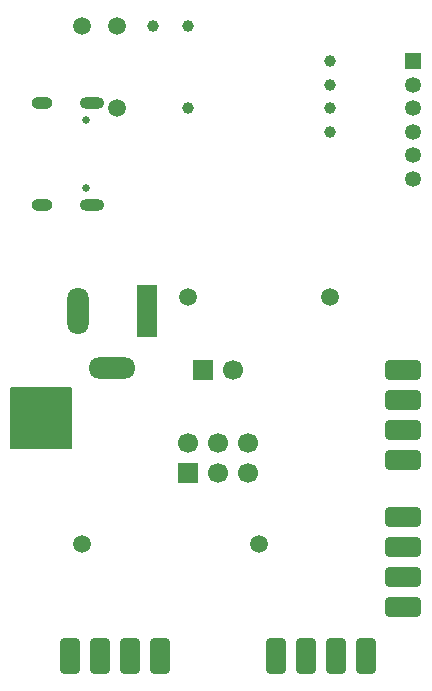
<source format=gbr>
%TF.GenerationSoftware,KiCad,Pcbnew,9.0.7-9.0.7~ubuntu24.04.1*%
%TF.CreationDate,2026-01-28T20:04:05+01:00*%
%TF.ProjectId,MCM-81339,4d434d2d-3831-4333-9339-2e6b69636164,rev?*%
%TF.SameCoordinates,Original*%
%TF.FileFunction,Soldermask,Bot*%
%TF.FilePolarity,Negative*%
%FSLAX46Y46*%
G04 Gerber Fmt 4.6, Leading zero omitted, Abs format (unit mm)*
G04 Created by KiCad (PCBNEW 9.0.7-9.0.7~ubuntu24.04.1) date 2026-01-28 20:04:05*
%MOMM*%
%LPD*%
G01*
G04 APERTURE LIST*
G04 Aperture macros list*
%AMRoundRect*
0 Rectangle with rounded corners*
0 $1 Rounding radius*
0 $2 $3 $4 $5 $6 $7 $8 $9 X,Y pos of 4 corners*
0 Add a 4 corners polygon primitive as box body*
4,1,4,$2,$3,$4,$5,$6,$7,$8,$9,$2,$3,0*
0 Add four circle primitives for the rounded corners*
1,1,$1+$1,$2,$3*
1,1,$1+$1,$4,$5*
1,1,$1+$1,$6,$7*
1,1,$1+$1,$8,$9*
0 Add four rect primitives between the rounded corners*
20,1,$1+$1,$2,$3,$4,$5,0*
20,1,$1+$1,$4,$5,$6,$7,0*
20,1,$1+$1,$6,$7,$8,$9,0*
20,1,$1+$1,$8,$9,$2,$3,0*%
G04 Aperture macros list end*
%ADD10C,0.150000*%
%ADD11RoundRect,0.425000X-1.125000X-0.425000X1.125000X-0.425000X1.125000X0.425000X-1.125000X0.425000X0*%
%ADD12R,1.350000X1.350000*%
%ADD13C,1.350000*%
%ADD14C,0.650000*%
%ADD15O,2.100000X1.000000*%
%ADD16O,1.800000X1.000000*%
%ADD17RoundRect,0.425000X-0.425000X1.125000X-0.425000X-1.125000X0.425000X-1.125000X0.425000X1.125000X0*%
%ADD18R,1.700000X1.700000*%
%ADD19C,1.700000*%
%ADD20R,1.800000X4.400000*%
%ADD21O,1.800000X4.000000*%
%ADD22O,4.000000X1.800000*%
%ADD23C,1.000000*%
%ADD24C,1.500000*%
G04 APERTURE END LIST*
D10*
X61000000Y-79800000D02*
X66100000Y-79800000D01*
X66100000Y-84900000D01*
X61000000Y-84900000D01*
X61000000Y-79800000D01*
G36*
X61000000Y-79800000D02*
G01*
X66100000Y-79800000D01*
X66100000Y-84900000D01*
X61000000Y-84900000D01*
X61000000Y-79800000D01*
G37*
D11*
%TO.C,J1*%
X94200000Y-90680000D03*
X94200000Y-93220000D03*
X94200000Y-95760000D03*
X94200000Y-98300000D03*
%TD*%
%TO.C,J4*%
X94200000Y-78300000D03*
X94200000Y-80840000D03*
X94200000Y-83380000D03*
X94200000Y-85920000D03*
%TD*%
D12*
%TO.C,J3*%
X95000000Y-52100000D03*
D13*
X95000000Y-54100000D03*
X95000000Y-56100000D03*
X95000000Y-58100000D03*
X95000000Y-60100000D03*
X95000000Y-62100000D03*
%TD*%
D14*
%TO.C,J5*%
X67305000Y-57110000D03*
X67305000Y-62890000D03*
D15*
X67805000Y-55680000D03*
D16*
X63625000Y-55680000D03*
D15*
X67805000Y-64320000D03*
D16*
X63625000Y-64320000D03*
%TD*%
D17*
%TO.C,J8*%
X91060000Y-102500000D03*
X88520000Y-102500000D03*
X85980000Y-102500000D03*
X83440000Y-102500000D03*
%TD*%
D18*
%TO.C,J2*%
X77230000Y-78227102D03*
D19*
X79770000Y-78227102D03*
%TD*%
D17*
%TO.C,J9*%
X73560000Y-102500000D03*
X71020000Y-102500000D03*
X68480000Y-102500000D03*
X65940000Y-102500000D03*
%TD*%
D20*
%TO.C,J10*%
X72500000Y-73300000D03*
D21*
X66700000Y-73300000D03*
D22*
X69500000Y-78100000D03*
%TD*%
D18*
%TO.C,J11*%
X75960000Y-87000000D03*
D19*
X75960000Y-84460000D03*
X78500000Y-87000000D03*
X78500000Y-84460000D03*
X81040000Y-87000000D03*
X81040000Y-84460000D03*
%TD*%
D23*
%TO.C,TP11*%
X73000000Y-49100000D03*
%TD*%
%TO.C,TP9*%
X76000000Y-49100000D03*
%TD*%
D24*
%TO.C,TP14*%
X67000000Y-93000000D03*
%TD*%
D23*
%TO.C,TP6*%
X88000000Y-58100000D03*
%TD*%
D24*
%TO.C,TP8*%
X88000000Y-72100000D03*
%TD*%
%TO.C,TP2*%
X70000000Y-49100000D03*
%TD*%
%TO.C,TP10*%
X76000000Y-72100000D03*
%TD*%
%TO.C,TP7*%
X70000000Y-56100000D03*
%TD*%
D23*
%TO.C,TP4*%
X88000000Y-52100000D03*
%TD*%
D24*
%TO.C,TP1*%
X67000000Y-49100000D03*
%TD*%
%TO.C,TP13*%
X82000000Y-93000000D03*
%TD*%
D23*
%TO.C,TP3*%
X88000000Y-54100000D03*
%TD*%
%TO.C,TP12*%
X76000000Y-56100000D03*
%TD*%
%TO.C,TP5*%
X88000000Y-56100000D03*
%TD*%
M02*

</source>
